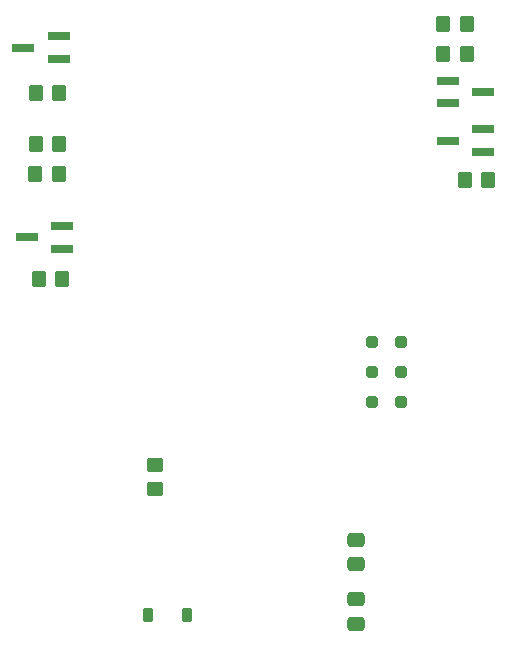
<source format=gtp>
%TF.GenerationSoftware,KiCad,Pcbnew,7.0.9*%
%TF.CreationDate,2023-11-16T09:05:31-08:00*%
%TF.ProjectId,RatGDO-OpenSource-D1Mini-ESP8266-Tubez,52617447-444f-42d4-9f70-656e536f7572,2.5.0*%
%TF.SameCoordinates,Original*%
%TF.FileFunction,Paste,Top*%
%TF.FilePolarity,Positive*%
%FSLAX46Y46*%
G04 Gerber Fmt 4.6, Leading zero omitted, Abs format (unit mm)*
G04 Created by KiCad (PCBNEW 7.0.9) date 2023-11-16 09:05:31*
%MOMM*%
%LPD*%
G01*
G04 APERTURE LIST*
G04 Aperture macros list*
%AMRoundRect*
0 Rectangle with rounded corners*
0 $1 Rounding radius*
0 $2 $3 $4 $5 $6 $7 $8 $9 X,Y pos of 4 corners*
0 Add a 4 corners polygon primitive as box body*
4,1,4,$2,$3,$4,$5,$6,$7,$8,$9,$2,$3,0*
0 Add four circle primitives for the rounded corners*
1,1,$1+$1,$2,$3*
1,1,$1+$1,$4,$5*
1,1,$1+$1,$6,$7*
1,1,$1+$1,$8,$9*
0 Add four rect primitives between the rounded corners*
20,1,$1+$1,$2,$3,$4,$5,0*
20,1,$1+$1,$4,$5,$6,$7,0*
20,1,$1+$1,$6,$7,$8,$9,0*
20,1,$1+$1,$8,$9,$2,$3,0*%
G04 Aperture macros list end*
%ADD10RoundRect,0.250000X0.350000X0.450000X-0.350000X0.450000X-0.350000X-0.450000X0.350000X-0.450000X0*%
%ADD11RoundRect,0.250000X0.450000X-0.350000X0.450000X0.350000X-0.450000X0.350000X-0.450000X-0.350000X0*%
%ADD12R,1.900000X0.800000*%
%ADD13RoundRect,0.250000X0.250000X0.250000X-0.250000X0.250000X-0.250000X-0.250000X0.250000X-0.250000X0*%
%ADD14RoundRect,0.225000X0.225000X0.375000X-0.225000X0.375000X-0.225000X-0.375000X0.225000X-0.375000X0*%
%ADD15RoundRect,0.250000X0.475000X-0.337500X0.475000X0.337500X-0.475000X0.337500X-0.475000X-0.337500X0*%
%ADD16RoundRect,0.250000X-0.475000X0.337500X-0.475000X-0.337500X0.475000X-0.337500X0.475000X0.337500X0*%
%ADD17RoundRect,0.250000X-0.350000X-0.450000X0.350000X-0.450000X0.350000X0.450000X-0.350000X0.450000X0*%
G04 APERTURE END LIST*
D10*
%TO.C,R8*%
X158988000Y-71120000D03*
X156988000Y-71120000D03*
%TD*%
%TO.C,R7*%
X158782000Y-81788000D03*
X160782000Y-81788000D03*
%TD*%
D11*
%TO.C,R6*%
X132588000Y-107950000D03*
X132588000Y-105950000D03*
%TD*%
D10*
%TO.C,R3*%
X158988000Y-68580000D03*
X156988000Y-68580000D03*
%TD*%
D12*
%TO.C,Q3*%
X124412000Y-71562000D03*
X124412000Y-69662000D03*
X121412000Y-70612000D03*
%TD*%
D13*
%TO.C,D1*%
X153416000Y-100584000D03*
X150916000Y-100584000D03*
%TD*%
D14*
%TO.C,D4*%
X135254000Y-118618000D03*
X131954000Y-118618000D03*
%TD*%
D15*
%TO.C,C1*%
X149606000Y-119380000D03*
X149606000Y-117305000D03*
%TD*%
D12*
%TO.C,Q4*%
X124690000Y-87630000D03*
X124690000Y-85730000D03*
X121690000Y-86680000D03*
%TD*%
D13*
%TO.C,D2*%
X153416000Y-98044000D03*
X150916000Y-98044000D03*
%TD*%
D12*
%TO.C,Q2*%
X157338000Y-73406000D03*
X157338000Y-75306000D03*
X160338000Y-74356000D03*
%TD*%
D13*
%TO.C,D3*%
X153416000Y-95504000D03*
X150916000Y-95504000D03*
%TD*%
D10*
%TO.C,R5*%
X124714000Y-90170000D03*
X122714000Y-90170000D03*
%TD*%
D12*
%TO.C,Q1*%
X157338000Y-78486000D03*
X160338000Y-77536000D03*
X160338000Y-79436000D03*
%TD*%
D10*
%TO.C,R4*%
X124460000Y-74422000D03*
X122460000Y-74422000D03*
%TD*%
%TO.C,R2*%
X124460000Y-78741000D03*
X122460000Y-78741000D03*
%TD*%
D16*
%TO.C,C2*%
X149606000Y-112268000D03*
X149606000Y-114343000D03*
%TD*%
D17*
%TO.C,R1*%
X122444000Y-81280000D03*
X124444000Y-81280000D03*
%TD*%
M02*

</source>
